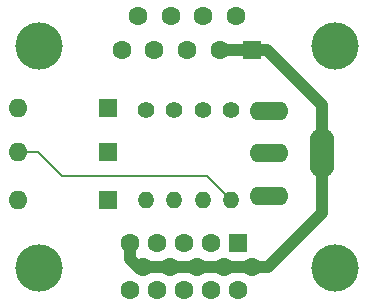
<source format=gbr>
%TF.GenerationSoftware,KiCad,Pcbnew,8.0.4*%
%TF.CreationDate,2024-08-07T16:27:42-04:00*%
%TF.ProjectId,C128VGA,43313238-5647-4412-9e6b-696361645f70,1.0*%
%TF.SameCoordinates,Original*%
%TF.FileFunction,Copper,L2,Bot*%
%TF.FilePolarity,Positive*%
%FSLAX46Y46*%
G04 Gerber Fmt 4.6, Leading zero omitted, Abs format (unit mm)*
G04 Created by KiCad (PCBNEW 8.0.4) date 2024-08-07 16:27:42*
%MOMM*%
%LPD*%
G01*
G04 APERTURE LIST*
%TA.AperFunction,ComponentPad*%
%ADD10O,3.300000X1.550000*%
%TD*%
%TA.AperFunction,ComponentPad*%
%ADD11O,2.100000X4.200000*%
%TD*%
%TA.AperFunction,ComponentPad*%
%ADD12C,1.400000*%
%TD*%
%TA.AperFunction,ComponentPad*%
%ADD13O,1.400000X1.400000*%
%TD*%
%TA.AperFunction,ComponentPad*%
%ADD14C,4.000000*%
%TD*%
%TA.AperFunction,ComponentPad*%
%ADD15R,1.600000X1.600000*%
%TD*%
%TA.AperFunction,ComponentPad*%
%ADD16C,1.600000*%
%TD*%
%TA.AperFunction,ComponentPad*%
%ADD17O,1.600000X1.600000*%
%TD*%
%TA.AperFunction,Conductor*%
%ADD18C,1.000000*%
%TD*%
%TA.AperFunction,Conductor*%
%ADD19C,0.200000*%
%TD*%
G04 APERTURE END LIST*
D10*
%TO.P,J2,1,In*%
%TO.N,MONO*%
X249817900Y-84302600D03*
X249817900Y-91465400D03*
X249817999Y-87858600D03*
D11*
%TO.P,J2,2,Ext*%
%TO.N,GND*%
X254318000Y-87858600D03*
%TD*%
D12*
%TO.P,R1,1*%
%TO.N,RED*%
X244221000Y-84201000D03*
D13*
%TO.P,R1,2*%
%TO.N,R*%
X244221000Y-91821000D03*
%TD*%
D14*
%TO.P,J9,0*%
%TO.N,N/C*%
X255397000Y-78816200D03*
X230397000Y-78816200D03*
D15*
%TO.P,J9,1,1*%
%TO.N,GND*%
X248437000Y-79116200D03*
D16*
%TO.P,J9,2,2*%
X245667000Y-79116200D03*
%TO.P,J9,3,3*%
%TO.N,RED*%
X242897000Y-79116200D03*
%TO.P,J9,4,4*%
%TO.N,GREEN*%
X240127000Y-79116200D03*
%TO.P,J9,5,5*%
%TO.N,BLUE*%
X237357000Y-79116200D03*
%TO.P,J9,6,6*%
%TO.N,INT*%
X247052000Y-76276200D03*
%TO.P,J9,7,7*%
%TO.N,MONO*%
X244282000Y-76276200D03*
%TO.P,J9,8,8*%
%TO.N,H*%
X241512000Y-76276200D03*
%TO.P,J9,9,9*%
%TO.N,V*%
X238742000Y-76276200D03*
%TD*%
D15*
%TO.P,D3,1,K*%
%TO.N,R*%
X236220000Y-84074000D03*
D17*
%TO.P,D3,2,A*%
%TO.N,Net-(D1-A)*%
X228600000Y-84074000D03*
%TD*%
D12*
%TO.P,R2,1*%
%TO.N,GREEN*%
X241808000Y-84201000D03*
D13*
%TO.P,R2,2*%
%TO.N,G*%
X241808000Y-91821000D03*
%TD*%
D12*
%TO.P,R3,1*%
%TO.N,BLUE*%
X239395000Y-84201000D03*
D13*
%TO.P,R3,2*%
%TO.N,B*%
X239395000Y-91821000D03*
%TD*%
D12*
%TO.P,R4,1*%
%TO.N,INT*%
X246634000Y-84201000D03*
D13*
%TO.P,R4,2*%
%TO.N,Net-(D1-A)*%
X246634000Y-91821000D03*
%TD*%
D14*
%TO.P,J17,0*%
%TO.N,N/C*%
X230397000Y-97554000D03*
X255397000Y-97554000D03*
D15*
%TO.P,J17,1*%
%TO.N,R*%
X247212000Y-95504000D03*
D16*
%TO.P,J17,2*%
%TO.N,G*%
X244922000Y-95504000D03*
%TO.P,J17,3*%
%TO.N,B*%
X242632000Y-95504000D03*
%TO.P,J17,4*%
%TO.N,unconnected-(J17-Pad4)*%
X240342000Y-95504000D03*
%TO.P,J17,5*%
%TO.N,GND*%
X238052000Y-95504000D03*
%TO.P,J17,6*%
X248357000Y-97484000D03*
%TO.P,J17,7*%
X246067000Y-97484000D03*
%TO.P,J17,8*%
X243777000Y-97484000D03*
%TO.P,J17,9*%
X241487000Y-97484000D03*
%TO.P,J17,10*%
X239197000Y-97484000D03*
%TO.P,J17,11*%
%TO.N,unconnected-(J17-Pad11)*%
X247212000Y-99464000D03*
%TO.P,J17,12*%
%TO.N,unconnected-(J17-Pad12)*%
X244922000Y-99464000D03*
%TO.P,J17,13*%
%TO.N,H*%
X242632000Y-99464000D03*
%TO.P,J17,14*%
%TO.N,V*%
X240342000Y-99464000D03*
%TO.P,J17,15*%
%TO.N,unconnected-(J17-Pad15)*%
X238052000Y-99464000D03*
%TD*%
D15*
%TO.P,D2,1,K*%
%TO.N,G*%
X236220000Y-87757000D03*
D17*
%TO.P,D2,2,A*%
%TO.N,Net-(D1-A)*%
X228600000Y-87757000D03*
%TD*%
D15*
%TO.P,D1,1,K*%
%TO.N,B*%
X236220000Y-91821000D03*
D17*
%TO.P,D1,2,A*%
%TO.N,Net-(D1-A)*%
X228600000Y-91821000D03*
%TD*%
D18*
%TO.N,GND*%
X254318000Y-92950800D02*
X249784800Y-97484000D01*
X254318000Y-87858600D02*
X254318000Y-92950800D01*
X249784800Y-97484000D02*
X248357000Y-97484000D01*
X254318000Y-83782400D02*
X254318000Y-87858600D01*
X249651800Y-79116200D02*
X254318000Y-83782400D01*
X248437000Y-79116200D02*
X249651800Y-79116200D01*
D19*
%TO.N,Net-(D1-A)*%
X232283000Y-89789000D02*
X230251000Y-87757000D01*
X230251000Y-87757000D02*
X228600000Y-87757000D01*
X244602000Y-89789000D02*
X232283000Y-89789000D01*
X246634000Y-91821000D02*
X244602000Y-89789000D01*
D18*
%TO.N,GND*%
X238052000Y-96828000D02*
X238052000Y-95504000D01*
X246067000Y-97484000D02*
X243777000Y-97484000D01*
X248357000Y-97484000D02*
X246067000Y-97484000D01*
X239197000Y-97484000D02*
X238708000Y-97484000D01*
X248437000Y-79116200D02*
X245667000Y-79116200D01*
X238708000Y-97484000D02*
X238052000Y-96828000D01*
%TO.N,MONO*%
X249817999Y-91465301D02*
X249817900Y-91465400D01*
%TO.N,GND*%
X241487000Y-97484000D02*
X239197000Y-97484000D01*
%TO.N,MONO*%
X249817900Y-87858501D02*
X249817999Y-87858600D01*
%TO.N,GND*%
X243777000Y-97484000D02*
X241487000Y-97484000D01*
%TD*%
M02*

</source>
